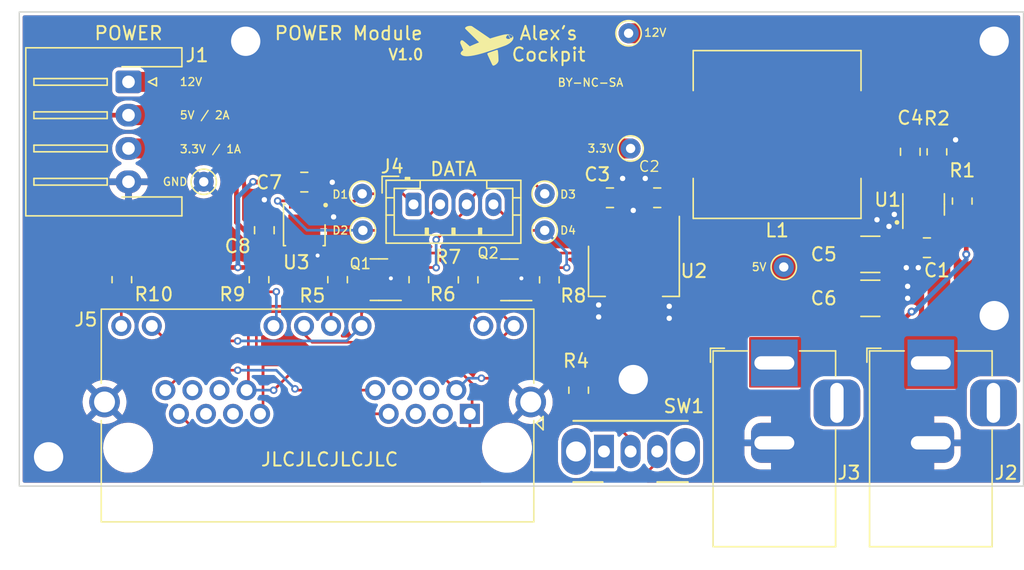
<source format=kicad_pcb>
(kicad_pcb (version 20211014) (generator pcbnew)
  (layers (0 "F.Cu" signal) (31 "B.Cu" signal) (34 "B.Paste" user) (35 "F.Paste" user) (36 "B.SilkS" user "B.Silkscreen") (37 "F.SilkS" user "F.Silkscreen") (38 "B.Mask" user) (39 "F.Mask" user) (44 "Edge.Cuts" user))
  (net 0 "")
  (net 1 "+12V")
  (net 2 "GND")
  (net 3 "+5V")
  (net 4 "+3.3V")
  (net 5 "/SW")
  (net 6 "/DATA1")
  (net 7 "/DATA2")
  (net 8 "/DATA3")
  (net 9 "/DATA4")
  (net 12 "/CANL")
  (net 13 "/CANH")
  (net 16 "/RETL")
  (net 17 "/RETH")
  (net 18 "/GREEN_K")
  (net 19 "/RED_K")
  (net 24 "Net-(Q1-Pad1)")
  (net 25 "Net-(Q2-Pad1)")
  (net 26 "/BST")
  (net 29 "/GREEN_A1")
  (net 30 "/RED_A1")
  (net 31 "/GREEN_A2")
  (net 32 "/RED_A2")
  (net 33 "/FB")
  (net 34 "/TERM_SW")
  (footprint "TestPoint:TestPoint_THTPad_D1.5mm_Drill0.7mm" (layer "F.Cu") (at 65.9 28.05)
    (fp_text reference "TP4" hide)
    (fp_text value "TestPoint")
  )
  (footprint "Resistor_SMD:R_0805_2012Metric" (layer "F.Cu") (at 59.8 37.9125 -90)
    (fp_text reference "R8")
    (fp_text value "1k")
  )
  (footprint "TestPoint:TestPoint_THTPad_D1.5mm_Drill0.7mm" (layer "F.Cu") (at 65.75 19.4)
    (fp_text reference "TP2" hide)
    (fp_text value "TestPoint")
  )
  (footprint "MountingHole:MountingHole_2.2mm_M2_ISO7380_Pad" (layer "F.Cu") (at 66.1 45.4)
    (fp_text reference "H4" hide)
    (fp_text value "MountingHole_Pad" hide)
  )
  (footprint "Inductor_SMD:L_Wuerth_WE-PD-Typ-LS_Handsoldering" (layer "F.Cu") (at 76.9 27 180)
    (fp_text reference "L1")
    (fp_text value "4.7u")
  )
  (footprint "MountingHole:MountingHole_2.2mm_M2_ISO7380_Pad" (layer "F.Cu") (at 93.2 20)
    (fp_text reference "H2" hide)
    (fp_text value "MountingHole_Pad" hide)
  )
  (footprint "Resistor_SMD:R_0805_2012Metric" (layer "F.Cu") (at 53.7 37.9125 90)
    (fp_text reference "R7")
    (fp_text value "200")
  )
  (footprint "Capacitor_SMD:C_1210_3225Metric" (layer "F.Cu") (at 83.9 36)
    (fp_text reference "C5")
    (fp_text value "22u")
  )
  (footprint "Resistor_SMD:R_0805_2012Metric" (layer "F.Cu") (at 90.8 32 90)
    (fp_text reference "R1")
    (fp_text value "52.3k")
  )
  (footprint "Resistor_SMD:R_0805_2012Metric" (layer "F.Cu") (at 88.9 28.3 90)
    (fp_text reference "R2")
    (fp_text value "10k")
  )
  (footprint "Package_DFN_QFN:DFN-8-1EP_3x3mm_P0.65mm_EP1.55x2.4mm" (layer "F.Cu") (at 41.4 33.7875 -90)
    (fp_text reference "U3")
    (fp_text value "TJA1044GTK/3")
  )
  (footprint "Connector_JST:JST_XH_S4B-XH-A-1_1x04_P2.50mm_Horizontal" (layer "F.Cu") (at 28.2 23.05 -90)
    (fp_text reference "J1")
    (fp_text value "Conn_01x04")
  )
  (footprint "Connector_JST:JST_PH_B4B-PH-K_1x04_P2.00mm_Vertical" (layer "F.Cu") (at 49.6 32.25)
    (fp_text reference "J4")
    (fp_text value "Conn_01x04")
  )
  (footprint "Package_TO_SOT_SMD:TSOT-23-6" (layer "F.Cu") (at 87.9 32.25 90)
    (fp_text reference "U1")
    (fp_text value "AP62200WU")
  )
  (footprint "MountingHole:MountingHole_2.2mm_M2_ISO7380_Pad" (layer "F.Cu") (at 22.2 51.2)
    (fp_text reference "H5" hide)
    (fp_text value "MountingHole_Pad" hide)
  )
  (footprint "MountingHole:MountingHole_2.2mm_M2_ISO7380_Pad" (layer "F.Cu") (at 37 20)
    (fp_text reference "H1" hide)
    (fp_text value "MountingHole_Pad" hide)
  )
  (footprint "Package_TO_SOT_SMD:SOT-23" (layer "F.Cu") (at 56.8 37.9125 180)
    (fp_text reference "Q2")
    (fp_text value "MMBT2222")
  )
  (footprint "TestPoint:TestPoint_THTPad_D1.5mm_Drill0.7mm" (layer "F.Cu") (at 45.8 34.2)
    (fp_text reference "TP6" hide)
    (fp_text value "TestPoint")
  )
  (footprint "Package_TO_SOT_SMD:SOT-23" (layer "F.Cu") (at 47 37.9 180)
    (fp_text reference "Q1")
    (fp_text value "MMBT2222")
  )
  (footprint "Package_TO_SOT_SMD:SOT-223-3_TabPin2" (layer "F.Cu") (at 66.15 37.25 -90)
    (fp_text reference "U2")
    (fp_text value "AP7361C-33E")
  )
  (footprint "Capacitor_SMD:C_0805_2012Metric" (layer "F.Cu") (at 64.35 31.75)
    (fp_text reference "C3")
    (fp_text value "4.7u")
  )
  (footprint "Resistor_SMD:R_0805_2012Metric" (layer "F.Cu") (at 27.7 37.9 90)
    (fp_text reference "R10")
    (fp_text value "300")
  )
  (footprint "Capacitor_SMD:C_0805_2012Metric" (layer "F.Cu") (at 86.9 28.3 -90)
    (fp_text reference "C4")
    (fp_text value "0.1u")
  )
  (footprint "Capacitor_SMD:C_0805_2012Metric" (layer "F.Cu") (at 38.4 34.1875 90)
    (fp_text reference "C8")
    (fp_text value "0.1u")
  )
  (footprint "Resistor_SMD:R_0805_2012Metric" (layer "F.Cu") (at 43.9 37.9 90)
    (fp_text reference "R5")
    (fp_text value "300")
  )
  (footprint "Capacitor_SMD:C_0805_2012Metric" (layer "F.Cu") (at 88.15 35.5 180)
    (fp_text reference "C1")
    (fp_text value "10u")
  )
  (footprint "MountingHole:MountingHole_2.2mm_M2_ISO7380_Pad" (layer "F.Cu") (at 93.2 40.6)
    (fp_text reference "H3" hide)
    (fp_text value "MountingHole_Pad" hide)
  )
  (footprint "Connector_BarrelJack:BarrelJack_Horizontal" (layer "F.Cu") (at 88.4425 44.15 90)
    (fp_text reference "J2")
    (fp_text value "Barrel_Jack_MountingPin")
  )
  (footprint "Resistor_SMD:R_0805_2012Metric" (layer "F.Cu") (at 50 37.9 -90)
    (fp_text reference "R6")
    (fp_text value "1k")
  )
  (footprint "Button_Switch_THT:SW_CuK_OS102011MA1QN1_SPDT_Angled" (layer "F.Cu") (at 63.9 50.8)
    (fp_text reference "SW1")
    (fp_text value "SW_SPDT")
  )
  (footprint "Connector_BarrelJack:BarrelJack_Horizontal" (layer "F.Cu") (at 76.6925 44.15 90)
    (fp_text reference "J3")
    (fp_text value "Barrel_Jack_MountingPin")
  )
  (footprint "TestPoint:TestPoint_THTPad_D1.5mm_Drill0.7mm" (layer "F.Cu") (at 77.4 36.95)
    (fp_text reference "TP3" hide)
    (fp_text value "TestPoint")
  )
  (footprint "Resistor_SMD:R_0805_2012Metric" (layer "F.Cu") (at 38 37.9 90)
    (fp_text reference "R9")
    (fp_text value "200")
  )
  (footprint "Capacitor_SMD:C_1210_3225Metric" (layer "F.Cu") (at 83.9 39.3)
    (fp_text reference "C6")
    (fp_text value "22u")
  )
  (footprint "TestPoint:TestPoint_THTPad_D1.5mm_Drill0.7mm" (layer "F.Cu") (at 33.85 30.55)
    (fp_text reference "TP1" hide)
    (fp_text value "TestPoint")
  )
  (footprint "TestPoint:TestPoint_THTPad_D1.5mm_Drill0.7mm" (layer "F.Cu") (at 45.75 31.45)
    (fp_text reference "TP5" hide)
    (fp_text value "TestPoint")
  )
  (footprint "Connector_RJ:RJ45_Amphenol_RJHSE538X-02" (layer "F.Cu") (at 53.83 47.975 180)
    (fp_text reference "J5")
    (fp_text value "8P8C_LED_Shielded_x2")
  )
  (footprint "Resistor_SMD:R_0805_2012Metric" (layer "F.Cu") (at 62 46.2 -90)
    (fp_text reference "R4")
    (fp_text value "120")
  )
  (footprint "Capacitor_SMD:C_0805_2012Metric" (layer "F.Cu") (at 41.4 30.575 180)
    (fp_text reference "C7")
    (fp_text value "0.1u")
  )
  (footprint "TestPoint:TestPoint_THTPad_D1.5mm_Drill0.7mm" (layer "F.Cu") (at 59.45 31.45)
    (fp_text reference "TP7" hide)
    (fp_text value "TestPoint")
  )
  (footprint "TestPoint:TestPoint_THTPad_D1.5mm_Drill0.7mm" (layer "F.Cu") (at 59.45 34.2)
    (fp_text reference "TP8" hide)
    (fp_text value "TestPoint")
  )
  (footprint "Capacitor_SMD:C_0805_2012Metric" (layer "F.Cu") (at 67.9 31.75 180)
    (fp_text reference "C2")
    (fp_text value "1u")
  )
  (gr_poly (pts (xy 55.890363 20.65) (xy 55.893842 20.650211) (xy 55.89715 20.650581) (xy 55.900269 20.651121) (xy 55.90284 20.65204) (xy 55.905268 20.653103) (xy 55.907558 20.654316) (xy 55.909718 20.655688) (xy 55.911754 20.657225) (xy 55.913673 20.658934) (xy 55.915481 20.660823) (xy 55.917184 20.662899) (xy 55.918789 20.665168) (xy 55.920303 20.667639) (xy 55.921732 20.670318) (xy 55.923083 20.673212) (xy 55.924362 20.676329) (xy 55.925576 20.679675) (xy 55.926731 20.683259) (xy 55.927833 20.687086) (xy 55.92889 20.691165) (xy 55.929908 20.695502) (xy 55.931852 20.70498) (xy 55.933718 20.715577) (xy 55.935556 20.727351) (xy 55.937421 20.74036) (xy 55.939364 20.754659) (xy 55.943691 20.787362) (xy 55.95204 20.859356) (xy 55.959434 20.940481) (xy 55.965878 21.027662) (xy 55.971378 21.117822) (xy 55.979561 21.294778) (xy 55.984025 21.446745) (xy 55.981046 21.468355) (xy 55.976609 21.489485) (xy 55.9708 21.510122) (xy 55.963706 21.530252) (xy 55.955412 21.54986) (xy 55.946005 21.568934) (xy 55.93557 21.587457) (xy 55.924195 21.605417) (xy 55.911964 21.6228) (xy 55.898965 21.639591) (xy 55.885283 21.655777) (xy 55.871004 21.671343) (xy 55.841001 21.70056) (xy 55.809645 21.72713) (xy 55.777626 21.750941) (xy 55.745632 21.77188) (xy 55.714353 21.789835) (xy 55.684477 21.804694) (xy 55.656694 21.816345) (xy 55.631693 21.824675) (xy 55.610162 21.829571) (xy 55.600913 21.830697) (xy 55.592791 21.830922) (xy 55.586952 21.830662) (xy 55.581201 21.829696) (xy 55.575543 21.828071) (xy 55.569984 21.825834) (xy 55.564533 21.823031) (xy 55.559194 21.819709) (xy 55.553974 21.815916) (xy 55.54888 21.811698) (xy 55.543917 21.807101) (xy 55.539094 21.802174) (xy 55.534416 21.796961) (xy 55.529889 21.791512) (xy 55.521315 21.780087) (xy 55.513425 21.768274) (xy 55.50627 21.756447) (xy 55.499901 21.744981) (xy 55.494371 21.734252) (xy 55.48973 21.724632) (xy 55.483325 21.710225) (xy 55.481098 21.704756) (xy 55.204687 21.107644) (xy 55.193685 21.083843) (xy 55.182514 21.058775) (xy 55.169855 21.029093) (xy 55.15743 20.997919) (xy 55.151843 20.982748) (xy 55.146958 20.968375) (xy 55.142992 20.955191) (xy 55.14016 20.943585) (xy 55.138676 20.933948) (xy 55.138506 20.92999) (xy 55.138755 20.92667) (xy 55.139787 20.923789) (xy 55.141468 20.920805) (xy 55.143753 20.91773) (xy 55.146597 20.914577) (xy 55.149955 20.911359) (xy 55.153782 20.908089) (xy 55.162668 20.901443) (xy 55.172896 20.894742) (xy 55.184109 20.888086) (xy 55.19595 20.88158) (xy 55.208062 20.875324) (xy 55.231668 20.863975) (xy 55.252069 20.854856) (xy 55.27182 20.846579) (xy 55.800342 20.668388) (xy 55.811429 20.664747) (xy 55.823472 20.661157) (xy 55.838234 20.657241) (xy 55.846257 20.65536) (xy 55.854505 20.653639) (xy 55.862829 20.652156) (xy 55.871075 20.650991) (xy 55.879094 20.650225) (xy 55.886733 20.649939)) (layer "F.SilkS") (width 0) (fill solid))
  (gr_circle (center 85.9 33.6) (end 86 33.6) (layer "F.SilkS") (width 0.15) (fill solid))
  (gr_circle (center 43 32.3) (end 43.1 32.3) (layer "F.SilkS") (width 0.15) (fill solid))
  (gr_poly (pts (xy 53.854255 18.844709) (xy 53.872365 18.845368) (xy 53.889956 18.84653) (xy 53.906956 18.848174) (xy 53.923294 18.850279) (xy 53.938901 18.852824) (xy 53.953705 18.855787) (xy 53.967635 18.859147) (xy 53.978778 18.864782) (xy 53.989407 18.870442) (xy 53.999495 18.876074) (xy 54.009014 18.881625) (xy 54.017934 18.887041) (xy 54.026227 18.892267) (xy 54.033865 18.897251) (xy 54.04082 18.901939) (xy 54.047063 18.906276) (xy 54.052565 18.910209) (xy 54.061236 18.916649) (xy 54.068446 18.922317) (xy 55.34938 19.79323) (xy 55.500072 19.745352) (xy 55.592995 19.71677) (xy 56.55285 19.71677) (xy 56.554161 19.728759) (xy 56.556941 19.740252) (xy 56.561179 19.751206) (xy 56.566866 19.761581) (xy 56.573992 19.771335) (xy 56.582547 19.780426) (xy 56.59252 19.788812) (xy 56.603903 19.796453) (xy 56.616685 19.803307) (xy 56.630856 19.809331) (xy 56.646407 19.814486) (xy 56.663327 19.818728) (xy 56.681607 19.822016) (xy 56.701237 19.82431) (xy 56.722206 19.825567) (xy 56.744506 19.825746) (xy 56.768125 19.824805) (xy 56.793055 19.822703) (xy 56.819286 19.819399) (xy 56.820907 19.81897) (xy 56.822495 19.81842) (xy 56.824046 19.817753) (xy 56.825554 19.816973) (xy 56.827017 19.816082) (xy 56.82843 19.815085) (xy 56.829789 19.813986) (xy 56.831089 19.812788) (xy 56.832327 19.811494) (xy 56.833499 19.810108) (xy 56.8346 19.808635) (xy 56.835627 19.807077) (xy 56.836574 19.805438) (xy 56.837439 19.803722) (xy 56.838217 19.801933) (xy 56.838904 19.800073) (xy 56.839495 19.798148) (xy 56.839987 19.79616) (xy 56.840376 19.794113) (xy 56.840657 19.79201) (xy 56.840827 19.789856) (xy 56.840881 19.787654) (xy 56.840815 19.785408) (xy 56.840625 19.783121) (xy 56.840306 19.780797) (xy 56.839856 19.778439) (xy 56.839269 19.776052) (xy 56.838542 19.773638) (xy 56.837671 19.771202) (xy 56.83665 19.768747) (xy 56.835477 19.766277) (xy 56.834148 19.763795) (xy 56.780405 19.668688) (xy 56.750023 19.614351) (xy 56.722837 19.564944) (xy 56.720617 19.56109) (xy 56.718286 19.557484) (xy 56.715857 19.554127) (xy 56.713341 19.551021) (xy 56.710751 19.548164) (xy 56.708099 19.545558) (xy 56.705399 19.543203) (xy 56.702661 19.5411) (xy 56.699899 19.539249) (xy 56.697125 19.537651) (xy 56.694351 19.536306) (xy 56.691589 19.535216) (xy 56.688853 19.534379) (xy 56.686153 19.533797) (xy 56.684822 19.533602) (xy 56.683504 19.533471) (xy 56.682202 19.533404) (xy 56.680917 19.533401) (xy 56.680589 19.533411) (xy 56.680263 19.533424) (xy 56.679939 19.533441) (xy 56.679614 19.533463) (xy 56.678877 19.53353) (xy 56.678146 19.533619) (xy 56.677422 19.533729) (xy 56.676706 19.533863) (xy 56.675998 19.534018) (xy 56.675299 19.534196) (xy 56.67461 19.534397) (xy 56.67393 19.53462) (xy 56.655252 19.549285) (xy 56.63817 19.563993) (xy 56.622676 19.578704) (xy 56.608759 19.593374) (xy 56.59641 19.607963) (xy 56.585617 19.62243) (xy 56.576373 19.636732) (xy 56.568666 19.650829) (xy 56.562487 19.664678) (xy 56.557825 19.678238) (xy 56.554672 19.691468) (xy 56.553017 19.704326) (xy 56.55285 19.71677) (xy 55.592995 19.71677) (xy 55.646591 19.700285) (xy 55.787836 19.65831) (xy 55.922709 19.619706) (xy 56.050108 19.584754) (xy 56.168933 19.553734) (xy 56.278083 19.526925) (xy 56.308397 19.520048) (xy 56.744375 19.520048) (xy 56.744434 19.521285) (xy 56.744544 19.522523) (xy 56.744702 19.523759) (xy 56.744906 19.524993) (xy 56.745153 19.526222) (xy 56.74544 19.527446) (xy 56.746123 19.529873) (xy 56.746936 19.532262) (xy 56.747855 19.534602) (xy 56.748861 19.536883) (xy 56.749931 19.539093) (xy 56.751045 19.541222) (xy 56.75218 19.543258) (xy 56.753315 19.545192) (xy 56.754429 19.547012) (xy 56.758245 19.552934) (xy 56.781697 19.590507) (xy 56.806901 19.632179) (xy 56.831786 19.674645) (xy 56.843462 19.695143) (xy 56.854281 19.714599) (xy 56.858028 19.721366) (xy 56.861598 19.727644) (xy 56.865017 19.733443) (xy 56.868311 19.738771) (xy 56.871508 19.743638) (xy 56.874634 19.748053) (xy 56.877715 19.752024) (xy 56.879247 19.753847) (xy 56.880779 19.755562) (xy 56.882313 19.757172) (xy 56.883852 19.758676) (xy 56.8854 19.760077) (xy 56.886961 19.761374) (xy 56.888537 19.762571) (xy 56.890132 19.763666) (xy 56.891749 19.764663) (xy 56.893392 19.765561) (xy 56.895064 19.766363) (xy 56.896768 19.767069) (xy 56.898508 19.76768) (xy 56.900287 19.768197) (xy 56.902108 19.768622) (xy 56.903975 19.768956) (xy 56.905891 19.7692) (xy 56.907859 19.769355) (xy 56.910716 19.767913) (xy 56.914128 19.765994) (xy 56.922347 19.760903) (xy 56.93197 19.754439) (xy 56.942451 19.746958) (xy 56.953244 19.738816) (xy 56.963805 19.730368) (xy 56.968827 19.72614) (xy 56.973587 19.72197) (xy 56.978016 19.717902) (xy 56.982046 19.713979) (xy 57.003861 19.691894) (xy 57.014421 19.680835) (xy 57.019389 19.675444) (xy 57.024064 19.670202) (xy 57.028381 19.665148) (xy 57.032276 19.660324) (xy 57.035685 19.655771) (xy 57.038543 19.651531) (xy 57.040787 19.647643) (xy 57.041659 19.645845) (xy 57.042352 19.64415) (xy 57.04286 19.642564) (xy 57.043175 19.641092) (xy 57.043287 19.639739) (xy 57.043189 19.638511) (xy 57.038718 19.631278) (xy 57.033554 19.624201) (xy 57.027737 19.617283) (xy 57.021307 19.610526) (xy 57.006768 19.597516) (xy 56.990257 19.585199) (xy 56.972095 19.573607) (xy 56.952603 19.562767) (xy 56.932101 19.552711) (xy 56.910909 19.543468) (xy 56.889347 19.535067) (xy 56.867736 19.527539) (xy 56.846396 19.520913) (xy 56.825648 19.515218) (xy 56.805812 19.510486) (xy 56.787208 19.506744) (xy 56.770157 19.504023) (xy 56.754979 19.502354) (xy 56.753844 19.502374) (xy 56.752757 19.502521) (xy 56.751722 19.502799) (xy 56.751225 19.502989) (xy 56.750741 19.503212) (xy 56.750272 19.50347) (xy 56.749818 19.503763) (xy 56.749379 19.504092) (xy 56.748956 19.504457) (xy 56.748549 19.504858) (xy 56.748158 19.505296) (xy 56.747784 19.505772) (xy 56.747427 19.506285) (xy 56.746766 19.507428) (xy 56.746179 19.508728) (xy 56.745669 19.51019) (xy 56.745238 19.511816) (xy 56.74489 19.513611) (xy 56.744628 19.515579) (xy 56.744455 19.517723) (xy 56.744375 19.520048) (xy 56.308397 19.520048) (xy 56.37646 19.504607) (xy 56.416251 19.497498) (xy 56.454898 19.491393) (xy 56.492403 19.486272) (xy 56.528767 19.482115) (xy 56.563991 19.478901) (xy 56.598079 19.47661) (xy 56.631032 19.475222) (xy 56.662851 19.474717) (xy 56.687703 19.475047) (xy 56.71317 19.476068) (xy 56.739118 19.477867) (xy 56.76541 19.480533) (xy 56.791913 19.484151) (xy 56.81849 19.488811) (xy 56.845008 19.4946) (xy 56.871329 19.501605) (xy 56.89732 19.509914) (xy 56.922846 19.519615) (xy 56.94777 19.530795) (xy 56.971959 19.543542) (xy 56.995276 19.557943) (xy 57.017588 19.574086) (xy 57.028324 19.582838) (xy 57.038758 19.592059) (xy 57.048872 19.601759) (xy 57.058651 19.611949) (xy 57.071107 19.630819) (xy 57.081325 19.650587) (xy 57.089309 19.671194) (xy 57.095064 19.69258) (xy 57.098595 19.714688) (xy 57.099906 19.737457) (xy 57.099003 19.760831) (xy 57.095889 19.784749) (xy 57.090569 19.809154) (xy 57.083048 19.833986) (xy 57.073332 19.859186) (xy 57.061423 19.884697) (xy 57.047328 19.910459) (xy 57.031051 19.936413) (xy 57.012597 19.962501) (xy 56.991969 19.988664) (xy 56.944215 20.04098) (xy 56.887825 20.092892) (xy 56.822839 20.143928) (xy 56.749293 20.193621) (xy 56.667224 20.241498) (xy 56.57667 20.287092) (xy 56.477669 20.329931) (xy 56.370259 20.369546) (xy 55.613387 20.634622) (xy 55.132672 20.795496) (xy 54.882695 20.873162) (xy 54.63238 20.945224) (xy 54.386284 21.008868) (xy 54.148964 21.061276) (xy 53.924978 21.099634) (xy 53.718882 21.121125) (xy 53.623967 21.124665) (xy 53.535234 21.122933) (xy 53.453251 21.115576) (xy 53.37859 21.102242) (xy 53.311818 21.082579) (xy 53.253507 21.056235) (xy 53.204225 21.022859) (xy 53.164542 20.982098) (xy 53.158558 20.973795) (xy 53.153388 20.96536) (xy 53.149022 20.956795) (xy 53.145451 20.948102) (xy 53.142667 20.939284) (xy 53.140661 20.930341) (xy 53.139424 20.921278) (xy 53.138946 20.912095) (xy 53.13922 20.902796) (xy 53.140235 20.893383) (xy 53.141983 20.883857) (xy 53.144456 20.874221) (xy 53.147644 20.864477) (xy 53.151539 20.854628) (xy 53.15613 20.844675) (xy 53.161411 20.834622) (xy 53.167371 20.824469) (xy 53.174001 20.81422) (xy 53.181294 20.803877) (xy 53.189239 20.793441) (xy 53.207053 20.772303) (xy 53.227371 20.750824) (xy 53.250123 20.72902) (xy 53.275236 20.706912) (xy 53.30264 20.684515) (xy 53.332263 20.661849) (xy 53.113837 20.150955) (xy 53.111388 20.143025) (xy 53.109503 20.134381) (xy 53.10818 20.125103) (xy 53.107415 20.115271) (xy 53.107206 20.104966) (xy 53.10755 20.094269) (xy 53.108445 20.083259) (xy 53.109888 20.072017) (xy 53.111877 20.060623) (xy 53.114409 20.049157) (xy 53.117481 20.037701) (xy 53.121091 20.026334) (xy 53.125235 20.015136) (xy 53.129912 20.004189) (xy 53.135119 19.993572) (xy 53.140853 19.983366) (xy 53.147112 19.97365) (xy 53.153892 19.964507) (xy 53.161192 19.956015) (xy 53.169008 19.948255) (xy 53.177338 19.941308) (xy 53.18618 19.935254) (xy 53.195531 19.930173) (xy 53.205387 19.926146) (xy 53.215747 19.923252) (xy 53.226608 19.921573) (xy 53.237968 19.921189) (xy 53.249823 19.922179) (xy 53.262171 19.924626) (xy 53.275009 19.928607) (xy 53.288335 19.934205) (xy 53.302146 19.9415) (xy 53.323195 19.954756) (xy 53.348991 19.972982) (xy 53.412092 20.021705) (xy 53.485971 20.082379) (xy 53.565151 20.149719) (xy 53.717505 20.283246) (xy 53.825339 20.379985) (xy 53.904299 20.342769) (xy 53.986022 20.305531) (xy 54.070256 20.26833) (xy 54.156753 20.231224) (xy 54.335529 20.15754) (xy 54.520346 20.084954) (xy 53.525988 19.104342) (xy 53.514424 19.091841) (xy 53.503082 19.078254) (xy 53.496929 19.07022) (xy 53.490801 19.061587) (xy 53.484957 19.052524) (xy 53.479656 19.043201) (xy 53.475159 19.033788) (xy 53.473292 19.0291) (xy 53.471723 19.024454) (xy 53.470485 19.01987) (xy 53.46961 19.01537) (xy 53.46913 19.010975) (xy 53.469078 19.006706) (xy 53.469485 19.002584) (xy 53.470386 18.998631) (xy 53.471812 18.994867) (xy 53.473795 18.991315) (xy 53.481495 18.98149) (xy 53.489612 18.972058) (xy 53.507025 18.954352) (xy 53.525886 18.938151) (xy 53.546047 18.923412) (xy 53.56736 18.910091) (xy 53.589679 18.898145) (xy 53.612856 18.887528) (xy 53.636742 18.878197) (xy 53.661191 18.870109) (xy 53.686055 18.863218) (xy 53.711187 18.857482) (xy 53.736439 18.852856) (xy 53.761663 18.849296) (xy 53.786712 18.846759) (xy 53.811438 18.8452) (xy 53.835695 18.844575)) (layer "F.SilkS") (width 0) (fill solid))
  (gr_rect (start 20 17.8) (end 95.4 53.4) (layer "Edge.Cuts") (width 0.1) (fill none))
  (gr_text "JLCJLCJLCJLC" (at 43.3 51.4) (layer "F.SilkS") (effects (font (size 1 1))))
  (gr_text "12V" (at 32 23.05) (layer "F.SilkS") (effects (font (size 0.6 0.6) (thickness 0.1)) (justify left)))
  (gr_text "Alex's\nCockpit" (at 59.740363 20.2) (layer "F.SilkS") (effects (font (size 1 1))))
  (gr_text "5V / 2A" (at 32 25.55) (layer "F.SilkS") (effects (font (size 0.6 0.6) (thickness 0.1)) (justify left)))
  (gr_text "POWER Module" (at 44.72768 19.4) (layer "F.SilkS") (effects (font (size 1 1))))
  (gr_text "3.3V / 1A" (at 32 28.1) (layer "F.SilkS") (effects (font (size 0.6 0.6) (thickness 0.1)) (justify left)))
  (gr_text "BY-NC-SA" (at 62.887317 23.1) (layer "F.SilkS") (effects (font (size 0.6 0.6) (thickness 0.1))))
  (gr_text "V1.0" (at 49.02768 21) (layer "F.SilkS") (effects (font (size 0.8 0.8))))
  (segment (start 69.4 19.4) (end 87.4 19.4) (width 1.5) (layer "F.Cu") (net 1))
  (segment (start 65.75 23.05) (end 69.4 19.4) (width 1.5) (layer "F.Cu") (net 1))
  (segment (start 69.4 19.4) (end 69.3 19.5) (width 1.5) (layer "F.Cu") (net 1))
  (segment (start 93.4 25.4) (end 93.4 36.3) (width 1.5) (layer "F.Cu") (net 1))
  (segment (start 93.4 36.3) (end 89 40.7) (width 1.5) (layer "F.Cu") (net 1))
  (segment (start 33.85 23.05) (end 65.75 23.05) (width 1.5) (layer "F.Cu") (net 1))
  (segment (start 28.2 23.05) (end 33.85 23.05) (width 1.5) (layer "F.Cu") (net 1))
  (segment (start 69.4 19.4) (end 65.75 19.4) (width 1.5) (layer "F.Cu") (net 1))
  (segment (start 87.4 19.4) (end 93.4 25.4) (width 1.5) (layer "F.Cu") (net 1))
  (segment (start 66.05 31.75) (end 66.1 31.7) (width 0.35) (layer "F.Cu") (net 2))
  (segment (start 41.725 31.2) (end 42.35 30.575) (width 0.35) (layer "F.Cu") (net 2))
  (segment (start 66.15 31.75) (end 66.95 31.75) (width 0.35) (layer "F.Cu") (net 2))
  (segment (start 41.725 32.2375) (end 41.725 31.2) (width 0.35) (layer "F.Cu") (net 2))
  (segment (start 41.4 33.7875) (end 43 33.7875) (width 0.5) (layer "F.Cu") (net 2))
  (segment (start 90.2875 27.3875) (end 88.9 27.3875) (width 0.5) (layer "F.Cu") (net 2))
  (segment (start 43 33.7875) (end 43.6 33.1875) (width 0.5) (layer "F.Cu") (net 2))
  (segment (start 66.15 34.1) (end 66.15 31.75) (width 0.5) (layer "F.Cu") (net 2))
  (segment (start 65.3 31.75) (end 66.05 31.75) (width 0.35) (layer "F.Cu") (net 2))
  (segment (start 90.3 27.4) (end 90.2875 27.3875) (width 0.5) (layer "F.Cu") (net 2))
  (via (at 57.7 37.8) (size 0.56) (drill 0.3) (layers "F.Cu" "B.Cu") (net 2))
  (via (at 42.4 36.0875) (size 0.56) (drill 0.3) (layers "F.Cu" "B.Cu") (net 2))
  (via (at 68.8 40.8) (size 0.8) (drill 0.4) (layers "F.Cu" "B.Cu") (net 2))
  (via (at 86.6 37) (size 0.8) (drill 0.4) (layers "F.Cu" "B.Cu") (net 2))
  (via (at 90.3 27.4) (size 0.8) (drill 0.4) (layers "F.Cu" "B.Cu") (net 2))
  (via (at 43.6 33.1875) (size 0.8) (drill 0.4) (layers "F.Cu" "B.Cu") (net 2))
  (via (at 85.7 33) (size 0.8) (drill 0.4) (layers "F.Cu" "B.Cu") (net 2))
  (via (at 86.7 38.4) (size 0.8) (drill 0.4) (layers "F.Cu" "B.Cu") (net 2))
  (via (at 66.1 32.7) (size 0.8) (drill 0.4) (layers "F.Cu" "B.Cu") (net 2))
  (via (at 85.3 33.9) (size 0.8) (drill 0.4) (layers "F.Cu" "B.Cu") (net 2))
  (via (at 65.3 30.3) (size 0.8) (drill 0.4) (layers "F.Cu" "B.Cu") (net 2))
  (via (at 43.5 30.5875) (size 0.8) (drill 0.4) (layers "F.Cu" "B.Cu") (net 2))
  (via (at 38.4 31.9) (size 0.8) (drill 0.4) (layers "F.Cu" "B.Cu") (net 2))
  (via (at 68.8 39.9) (size 0.8) (drill 0.4) (layers "F.Cu" "B.Cu") (net 2))
  (via (at 47.9 37.8) (size 0.56) (drill 0.3) (layers "F.Cu" "B.Cu") (net 2))
  (via (at 63.5 39.8) (size 0.8) (drill 0.4) (layers "F.Cu" "B.Cu") (net 2))
  (via (at 67 30.3) (size 0.8) (drill 0.4) (layers "F.Cu" "B.Cu") (net 2))
  (via (at 87.5 37) (size 0.8) (drill 0.4) (layers "F.Cu" "B.Cu") (net 2))
  (via (at 84.4 33.4) (size 0.8) (drill 0.4) (layers "F.Cu" "B.Cu") (net 2))
  (via (at 63.5 40.7) (size 0.8) (drill 0.4) (layers "F.Cu" "B.Cu") (net 2))
  (via (at 86.7 39.3) (size 0.8) (drill 0.4) (layers "F.Cu" "B.Cu") (net 2))
  (segment (start 90.8 32.9125) (end 90.8 33.8) (width 0.35) (layer "F.Cu") (net 3))
  (segment (start 82.9 41.2) (end 82.425 40.725) (width 0.35) (layer "F.Cu") (net 3))
  (segment (start 86.1 41.2) (end 82.9 41.2) (width 0.35) (layer "F.Cu") (net 3))
  (segment (start 25.6 26.7) (end 26.75 25.55) (width 0.35) (layer "F.Cu") (net 3))
  (segment (start 41.075 31.2) (end 40.45 30.575) (width 0.35) (layer "F.Cu") (net 3))
  (segment (start 26.75 25.55) (end 28.2 25.55) (width 0.35) (layer "F.Cu") (net 3))
  (segment (start 43.9 36.2) (end 44.2 35.9) (width 0.2) (layer "F.Cu") (net 3))
  (segment (start 90.8 33.8) (end 91.1 34.1) (width 0.35) (layer "F.Cu") (net 3))
  (segment (start 37.575 30.575) (end 40.45 30.575) (width 0.35) (layer "F.Cu") (net 3))
  (segment (start 91.1 34.1) (end 91.1 36) (width 0.35) (layer "F.Cu") (net 3))
  (segment (start 27.7 36.9875) (end 36.4125 36.9875) (width 0.35) (layer "F.Cu") (net 3))
  (segment (start 44.2 35.9) (end 53.8 35.9) (width 0.2) (layer "F.Cu") (net 3))
  (segment (start 82.425 40.725) (end 82.425 39.5) (width 0.35) (layer "F.Cu") (net 3))
  (segment (start 53.8 35.9) (end 67.9 35.9) (width 0.2) (layer "F.Cu") (net 3))
  (segment (start 28.2 25.55) (end 33.85 25.55) (width 1.5) (layer "F.Cu") (net 3))
  (segment (start 87 40.3) (end 86.1 41.2) (width 0.35) (layer "F.Cu") (net 3))
  (segment (start 67.9 35.9) (end 68.45 35.35) (width 0.2) (layer "F.Cu") (net 3))
  (segment (start 36.4125 36.9875) (end 38 36.9875) (width 0.35) (layer "F.Cu") (net 3))
  (segment (start 25.6 34.8875) (end 25.6 26.7) (width 0.35) (layer "F.Cu") (net 3))
  (segment (start 33.85 25.55) (end 69.55 25.55) (width 1.5) (layer "F.Cu") (net 3))
  (segment (start 53.7 37) (end 53.7 36) (width 0.2) (layer "F.Cu") (net 3))
  (segment (start 27.7 36.9875) (end 25.6 34.8875) (width 0.35) (layer "F.Cu") (net 3))
  (segment (start 68.45 35.35) (end 68.45 34.1) (width 0.2) (layer "F.Cu") (net 3))
  (segment (start 43.9 36.9875) (end 43.9 36.2) (width 0.2) (layer "F.Cu") (net 3))
  (segment (start 69.55 25.55) (end 71 27) (width 1.5) (layer "F.Cu") (net 3))
  (segment (start 37.575 30.575) (end 37.55 30.55) (width 0.35) (layer "F.Cu") (net 3))
  (segment (start 41.075 32.2375) (end 41.075 31.2) (width 0.35) (layer "F.Cu") (net 3))
  (via (at 36.4125 36.9875) (size 0.56) (drill 0.3) (layers "F.Cu" "B.Cu") (net 3))
  (via (at 91.1 36) (size 0.6) (drill 0.3) (layers "F.Cu" "B.Cu") (net 3))
  (via (at 37.55 30.55) (size 0.56) (drill 0.3) (layers "F.Cu" "B.Cu") (net 3))
  (via (at 87 40.3) (size 0.6) (drill 0.3) (layers "F.Cu" "B.Cu") (net 3))
  (segment (start 91.1 36.4) (end 87.2 40.3) (width 0.35) (layer "B.Cu") (net 3))
  (segment (start 91.1 36) (end 91.1 36.4) (width 0.35) (layer "B.Cu") (net 3))
  (segment (start 87.2 40.3) (end 87 40.3) (width 0.35) (layer "B.Cu") (net 3))
  (segment (start 36.4125 31.6875) (end 36.4125 36.9875) (width 0.35) (layer "B.Cu") (net 3))
  (segment (start 37.55 30.55) (end 36.4125 31.6875) (width 0.35) (layer "B.Cu") (net 3))
  (segment (start 38.4 35.1375) (end 37.8375 35.1375) (width 0.35) (layer "F.Cu") (net 4))
  (segment (start 63.4 33.65) (end 63.85 34.1) (width 1.5) (layer "F.Cu") (net 4))
  (segment (start 61.65 28.05) (end 63.4 29.8) (width 1.5) (layer "F.Cu") (net 4))
  (segment (start 40.425 35.3375) (end 38.6 35.3375) (width 0.35) (layer "F.Cu") (net 4))
  (segment (start 36.3 30.5) (end 33.85 28.05) (width 0.35) (layer "F.Cu") (net 4))
  (segment (start 38.6 35.3375) (end 38.4 35.1375) (width 0.35) (layer "F.Cu") (net 4))
  (segment (start 63.4 29.8) (end 63.4 31.75) (width 1.5) (layer "F.Cu") (net 4))
  (segment (start 61.65 28.05) (end 65.9 28.05) (width 1.5) (layer "F.Cu") (net 4))
  (segment (start 63.4 31.75) (end 63.4 33.65) (width 1.5) (layer "F.Cu") (net 4))
  (segment (start 61.65 28.05) (end 28.2 28.05) (width 1.5) (layer "F.Cu") (net 4))
  (segment (start 37.8375 35.1375) (end 36.3 33.6) (width 0.35) (layer "F.Cu") (net 4))
  (segment (start 36.3 33.6) (end 36.3 30.5) (width 0.35) (layer "F.Cu") (net 4))
  (segment (start 87.9 32.7) (end 87.4 32.2) (width 0.35) (layer "F.Cu") (net 5))
  (segment (start 87.4 32.2) (end 86 32.2) (width 0.35) (layer "F.Cu") (net 5))
  (segment (start 86 32.2) (end 85.6 31.8) (width 0.35) (layer "F.Cu") (net 5))
  (segment (start 87.9 33.3875) (end 87.9 32.7) (width 0.35) (layer "F.Cu") (net 5))
  (segment (start 45.2 32) (end 45.75 31.45) (width 0.2) (layer "F.Cu") (net 6))
  (segment (start 45.75 31.45) (end 48.8 31.45) (width 0.2) (layer "F.Cu") (net 6))
  (segment (start 42.375 32.2375) (end 42.6125 32) (width 0.2) (layer "F.Cu") (net 6))
  (segment (start 48.8 31.45) (end 49.6 32.25) (width 0.2) (layer "F.Cu") (net 6))
  (segment (start 42.6125 32) (end 45.2 32) (width 0.2) (layer "F.Cu") (net 6))
  (segment (start 39.4 31.9875) (end 40.175 31.9875) (width 0.2) (layer "F.Cu") (net 7))
  (segment (start 49.65 34.2) (end 51.6 32.25) (width 0.2) (layer "F.Cu") (net 7))
  (segment (start 45.8 34.2) (end 49.65 34.2) (width 0.2) (layer "F.Cu") (net 7))
  (segment (start 40.175 31.9875) (end 40.425 32.2375) (width 0.2) (layer "F.Cu") (net 7))
  (via (at 39.4 31.9875) (size 0.56) (drill 0.3) (layers "F.Cu" "B.Cu") (net 7))
  (segment (start 39.4 31.9875) (end 41.6 34.1875) (width 0.2) (layer "B.Cu") (net 7))
  (segment (start 41.6 34.1875) (end 45.2 34.1875) (width 0.2) (layer "B.Cu") (net 7))
  (segment (start 53.6 32.6) (end 53.6 32.25) (width 0.2) (layer "F.Cu") (net 8))
  (segment (start 53.6 32.25) (end 53.6 32.1) (width 0.2) (layer "F.Cu") (net 8))
  (segment (start 55 30.7) (end 58.7 30.7) (width 0.2) (layer "F.Cu") (net 8))
  (segment (start 50 36.9875) (end 51.2875 36.9875) (width 0.2) (layer "F.Cu") (net 8))
  (segment (start 51.3 34.9) (end 53.6 32.6) (width 0.2) (layer "F.Cu") (net 8))
  (segment (start 58.7 30.7) (end 59.45 31.45) (width 0.2) (layer "F.Cu") (net 8))
  (segment (start 53.6 32.1) (end 55 30.7) (width 0.2) (layer "F.Cu") (net 8))
  (segment (start 51.2875 36.9875) (end 51.3 37) (width 0.2) (layer "F.Cu") (net 8))
  (via (at 51.3 34.9) (size 0.56) (drill 0.3) (layers "F.Cu" "B.Cu") (net 8))
  (via (at 51.3 37) (size 0.56) (drill 0.3) (layers "F.Cu" "B.Cu") (net 8))
  (segment (start 51.3 37) (end 51.3 34.9) (width 0.2) (layer "B.Cu") (net 8))
  (segment (start 59.45 34.2) (end 57.55 34.2) (width 0.2) (layer "F.Cu") (net 9))
  (segment (start 57.55 34.2) (end 55.6 32.25) (width 0.2) (layer "F.Cu") (net 9))
  (segment (start 59.8 37) (end 61.1 37) (width 0.2) (layer "F.Cu") (net 9))
  (via (at 61.1 37) (size 0.56) (drill 0.3) (layers "F.Cu" "B.Cu") (net 9))
  (segment (start 61.1 35.85) (end 59.45 34.2) (width 0.2) (layer "B.Cu") (net 9))
  (segment (start 61.1 37) (end 61.1 35.85) (width 0.2) (layer "B.Cu") (net 9))
  (segment (start 51.519 44.9) (end 52.814 46.195) (width 0.2) (layer "F.Cu") (net 12))
  (segment (start 41.075 38.525) (end 39.7 39.9) (width 0.2) (layer "F.Cu") (net 12))
  (segment (start 37.2 40.6) (end 37.2 46.059) (width 0.2) (layer "F.Cu") (net 12))
  (segment (start 61.9875 45.3) (end 62 45.2875) (width 0.2) (layer "F.Cu") (net 12))
  (segment (start 54.7 45.3) (end 61.9875 45.3) (width 0.2) (layer "F.Cu") (net 12))
  (segment (start 37.2 46.059) (end 37.064 46.195) (width 0.2) (layer "F.Cu") (net 12))
  (segment (start 39.7 39.9) (end 37.9 39.9) (width 0.2) (layer "F.Cu") (net 12))
  (segment (start 39.1 46.2) (end 40.4 44.9) (width 0.2) (layer "F.Cu") (net 12))
  (segment (start 37.9 39.9) (end 37.2 40.6) (width 0.2) (layer "F.Cu") (net 12))
  (segment (start 41.075 35.3375) (end 41.075 38.525) (width 0.2) (layer "F.Cu") (net 12))
  (segment (start 40.4 44.9) (end 51.519 44.9) (width 0.2) (layer "F.Cu") (net 12))
  (via (at 54.7 45.3) (size 0.56) (drill 0.3) (layers "F.Cu" "B.Cu") (net 12))
  (via (at 39.1 46.2) (size 0.56) (drill 0.3) (layers "F.Cu" "B.Cu") (net 12))
  (segment (start 39.095 46.195) (end 39.1 46.2) (width 0.2) (layer "B.Cu") (net 12))
  (segment (start 52.814 46.195) (end 53.709 45.3) (width 0.2) (layer "B.Cu") (net 12))
  (segment (start 37.064 46.195) (end 39.095 46.195) (width 0.2) (layer "B.Cu") (net 12))
  (segment (start 53.709 45.3) (end 54.7 45.3) (width 0.2) (layer "B.Cu") (net 12))
  (segment (start 66.6 52.9) (end 67.9 51.6) (width 0.2) (layer "F.Cu") (net 13))
  (segment (start 53.83 51.53) (end 55.2 52.9) (width 0.2) (layer "F.Cu") (net 13))
  (segment (start 41.725 35.3375) (end 41.725 38.675) (width 0.2) (layer "F.Cu") (net 13))
  (segment (start 38.3 47.755) (end 38.08 47.975) (width 0.2) (layer "F.Cu") (net 13))
  (segment (start 55.2 52.9) (end 66.6 52.9) (width 0.2) (layer "F.Cu") (net 13))
  (segment (start 40.1 40.3) (end 38.3 40.3) (width 0.2) (layer "F.Cu") (net 13))
  (segment (start 37.8 40.8) (end 37.8 43.8) (width 0.2) (layer "F.Cu") (net 13))
  (segment (start 41.725 38.675) (end 40.1 40.3) (width 0.2) (layer "F.Cu") (net 13))
  (segment (start 52.6 44.3) (end 54 45.7) (width 0.2) (layer "F.Cu") (net 13))
  (segment (start 38.3 44.3) (end 38.3 45.6) (width 0.2) (layer "F.Cu") (net 13))
  (segment (start 37.8 43.8) (end 38.3 44.3) (width 0.2) (layer "F.Cu") (net 13))
  (segment (start 38.3 40.3) (end 37.8 40.8) (width 0.2) (layer "F.Cu") (net 13))
  (segment (start 67.9 51.6) (end 67.9 50.8) (width 0.2) (layer "F.Cu") (net 13))
  (segment (start 38.3 44.3) (end 52.6 44.3) (width 0.2) (layer "F.Cu") (net 13))
  (segment (start 53.83 47.975) (end 53.83 51.53) (width 0.2) (layer "F.Cu") (net 13))
  (segment (start 38.3 45.6) (end 38.3 44.4) (width 0.2) (layer "F.Cu") (net 13))
  (segment (start 38.3 45.6) (end 38.3 47.755) (width 0.2) (layer "F.Cu") (net 13))
  (segment (start 54 45.7) (end 54 47.805) (width 0.2) (layer "F.Cu") (net 13))
  (segment (start 40.125 47.975) (end 47.734 47.975) (width 0.2) (layer "F.Cu") (net 16))
  (segment (start 31.984 47.975) (end 33.409 49.4) (width 0.2) (layer "F.Cu") (net 16))
  (segment (start 38.7 49.4) (end 40.125 47.975) (width 0.2) (layer "F.Cu") (net 16))
  (segment (start 33.409 49.4) (end 38.7 49.4) (width 0.2) (layer "F.Cu") (net 16))
  (segment (start 40.795 46.195) (end 46.718 46.195) (width 0.2) (layer "F.Cu") (net 17))
  (segment (start 30.968 46.195) (end 32.463 44.7) (width 0.2) (layer "F.Cu") (net 17))
  (segment (start 32.463 44.7) (end 36.4 44.7) (width 0.2) (layer "F.Cu") (net 17))
  (segment (start 40.7 46.1) (end 40.795 46.195) (width 0.2) (layer "F.Cu") (net 17))
  (via (at 36.4 44.7) (size 0.56) (drill 0.3) (layers "F.Cu" "B.Cu") (net 17))
  (via (at 40.7 46.1) (size 0.56) (drill 0.3) (layers "F.Cu" "B.Cu") (net 17))
  (segment (start 39.3 44.7) (end 40.7 46.1) (width 0.2) (layer "B.Cu") (net 17))
  (segment (start 36.4 44.7) (end 39.3 44.7) (width 0.2) (layer "B.Cu") (net 17))
  (segment (start 42 42.6) (end 55.905 42.6) (width 0.2) (layer "F.Cu") (net 18))
  (segment (start 41.38 41.375) (end 41.38 41.98) (width 0.2) (layer "F.Cu") (net 18))
  (segment (start 41.38 41.98) (end 42 42.6) (width 0.2) (layer "F.Cu") (net 18))
  (segment (start 55.8625 37.9125) (end 55.8625 40.1075) (width 0.2) (layer "F.Cu") (net 18))
  (segment (start 55.8625 40.1075) (end 57.13 41.375) (width 0.2) (layer "F.Cu") (net 18))
  (segment (start 55.905 42.6) (end 57.13 41.375) (width 0.2) (layer "F.Cu") (net 18))
  (segment (start 31.075 42.5) (end 36.4 42.5) (width 0.2) (layer "F.Cu") (net 19))
  (segment (start 46.0625 40.0375) (end 46.0625 37.9) (width 0.2) (layer "F.Cu") (net 19))
  (segment (start 45.7 40.4) (end 46.0625 40.0375) (width 0.2) (layer "F.Cu") (net 19))
  (segment (start 29.95 41.375) (end 31.075 42.5) (width 0.2) (layer "F.Cu") (net 19))
  (segment (start 45.7 41.375) (end 45.7 40.4) (width 0.2) (layer "F.Cu") (net 19))
  (via (at 36.4 42.5) (size 0.56) (drill 0.3) (layers "F.Cu" "B.Cu") (net 19))
  (segment (start 44.575 42.5) (end 45.7 41.375) (width 0.2) (layer "B.Cu") (net 19))
  (segment (start 36.4 42.5) (end 44.575 42.5) (width 0.2) (layer "B.Cu") (net 19))
  (segment (start 49.9625 38.85) (end 50 38.8125) (width 0.2) (layer "F.Cu") (net 24))
  (segment (start 47.9375 38.85) (end 49.9625 38.85) (width 0.2) (layer "F.Cu") (net 24))
  (segment (start 59.8 38.825) (end 57.775 38.825) (width 0.2) (layer "F.Cu") (net 25))
  (segment (start 86.95 29.3) (end 86.9 29.25) (width 0.35) (layer "F.Cu") (net 26))
  (segment (start 86.95 31.1125) (end 86.95 29.3) (width 0.35) (layer "F.Cu") (net 26))
  (segment (start 53.7 40.235) (end 54.84 41.375) (width 0.2) (layer "F.Cu") (net 29))
  (segment (start 53.7 38.825) (end 53.7 40.235) (width 0.2) (layer "F.Cu") (net 29))
  (segment (start 43.41 41.375) (end 43.41 40.39) (width 0.2) (layer "F.Cu") (net 30))
  (segment (start 43.41 40.39) (end 43.9 39.9) (width 0.2) (layer "F.Cu") (net 30))
  (segment (start 43.9 39.9) (end 43.9 38.8125) (width 0.2) (layer "F.Cu") (net 30))
  (segment (start 39.3 38.8) (end 39.2875 38.8125) (width 0.2) (layer "F.Cu") (net 31))
  (segment (start 39.2875 38.8125) (end 38 38.8125) (width 0.2) (layer "F.Cu") (net 31))
  (via (at 39.3 38.8) (size 0.56) (drill 0.3) (layers "F.Cu" "B.Cu") (net 31))
  (segment (start 39.3 38.8) (end 39.3 41.165) (width 0.2) (layer "B.Cu") (net 31))
  (segment (start 39.3 41.165) (end 39.09 41.375) (width 0.2) (layer "B.Cu") (net 31))
  (segment (start 27.66 38.8525) (end 27.66 41.375) (width 0.2) (layer "F.Cu") (net 32))
  (segment (start 27.7 38.8125) (end 27.66 38.8525) (width 0.2) (layer "F.Cu") (net 32))
  (segment (start 90.775 31.1125) (end 90.8 31.0875) (width 0.35) (layer "F.Cu") (net 33))
  (segment (start 88.85 31.1125) (end 88.85 29.2125) (width 0.35) (layer "F.Cu") (net 33))
  (segment (start 88.85 31.1125) (end 90.775 31.1125) (width 0.35) (layer "F.Cu") (net 33))
  (segment (start 63.1125 47.1125) (end 65.9 49.9) (width 0.2) (layer "F.Cu") (net 34))
  (segment (start 62 47.1125) (end 63.1125 47.1125) (width 0.2) (layer "F.Cu") (net 34))
  (segment (start 65.9 49.9) (end 65.9 50.8) (width 0.2) (layer "F.Cu") (net 34))
  (zone (net 2) (net_name "GND") (layer "F.Cu") (connect_pads yes (clearance 0.254)) (min_thickness 0.254) (fill yes (thermal_gap 0.508) (thermal_bridge_width 0.508))
    (polygon (pts (xy 79.9 49.2) (xy 84.3 49.2) (xy 85.7 47.6) (xy 88.4 47.6) (xy 88.4 52.8) (xy 76.7 52.8) (xy 76.7 47.6) (xy 78.9 47.6)))
  )
  (zone (net 1) (net_name "+12V") (layer "F.Cu") (priority 1) (connect_pads yes (clearance 0.127)) (min_thickness 0.127) (fill yes (thermal_gap 1) (thermal_bridge_width 1))
    (polygon (pts (xy 89.4 34.1) (xy 89.9 34.5) (xy 89.9 40.5) (xy 90.5 42) (xy 90.5 46.1) (xy 86.5 46.1) (xy 86.5 42.1) (xy 88.2 41.6) (xy 88.2 34.6) (xy 88.4 34.3) (xy 88.4 32.6) (xy 89.4 32.6)))
  )
  (zone (net 3) (net_name "+5V") (layer "F.Cu") (priority 3) (connect_pads yes (clearance 0.127)) (min_thickness 0.127) (fill yes (thermal_gap 1) (thermal_bridge_width 1))
    (polygon (pts (xy 74 30.2) (xy 77.8 34.4) (xy 84 34.4) (xy 84 41.1) (xy 81.4 41.1) (xy 71.4 35.4) (xy 67.4 35.4) (xy 67.4 33) (xy 68 32.6) (xy 68 23.8) (xy 74 23.8)))
  )
  (zone (net 2) (net_name "GND") (layer "F.Cu") (connect_pads (clearance 0.254)) (min_thickness 0.254) (fill yes (thermal_gap 0.5) (thermal_bridge_width 0.5))
    (polygon (pts (xy 95.4 53.4) (xy 20 53.4) (xy 20 17.8) (xy 95.4 17.8)))
  )
  (zone (net 5) (net_name "/SW") (layer "F.Cu") (priority 2) (connect_pads yes (clearance 0.127)) (min_thickness 0.127) (fill yes (thermal_gap 1) (thermal_bridge_width 1))
    (polygon (pts (xy 85.4 26.6) (xy 87.8 26.6) (xy 87.8 28.4) (xy 86 28.4) (xy 86 32.2) (xy 82.2 32.2) (xy 80 30) (xy 80 23.8) (xy 85.4 23.8)))
  )
  (zone (net 1) (net_name "+12V") (layer "F.Cu") (priority 1) (connect_pads yes (clearance 0.127)) (min_thickness 0.127) (fill yes (thermal_gap 1) (thermal_bridge_width 1))
    (polygon (pts (xy 74.8 46) (xy 78.8 46) (xy 79.9 45) (xy 85.2 45) (xy 86.4 46.1) (xy 90.5 46.1) (xy 90.5 42.1) (xy 86.5 42.1) (xy 85.6 43) (xy 79.4 43) (xy 78.7 42.2) (xy 74.8 42.2)))
  )
  (zone (net 2) (net_name "GND") (layer "B.Cu") (connect_pads yes (clearance 0.254)) (min_thickness 0.254) (fill yes (thermal_gap 0.508) (thermal_bridge_width 0.508))
    (polygon (pts (xy 79.9 49.3) (xy 84.6 49.3) (xy 86.2 47.6) (xy 88.5 47.6) (xy 88.5 53) (xy 76.7 53) (xy 76.7 47.6) (xy 79 47.6)))
  )
  (zone (net 2) (net_name "GND") (layer "B.Cu") (connect_pads (clearance 0.254)) (min_thickness 0.254) (fill yes (thermal_gap 0.5) (thermal_bridge_width 0.5))
    (polygon (pts (xy 95.4 53.4) (xy 20 53.4) (xy 20 17.8) (xy 95.4 17.8)))
  )
)
</source>
